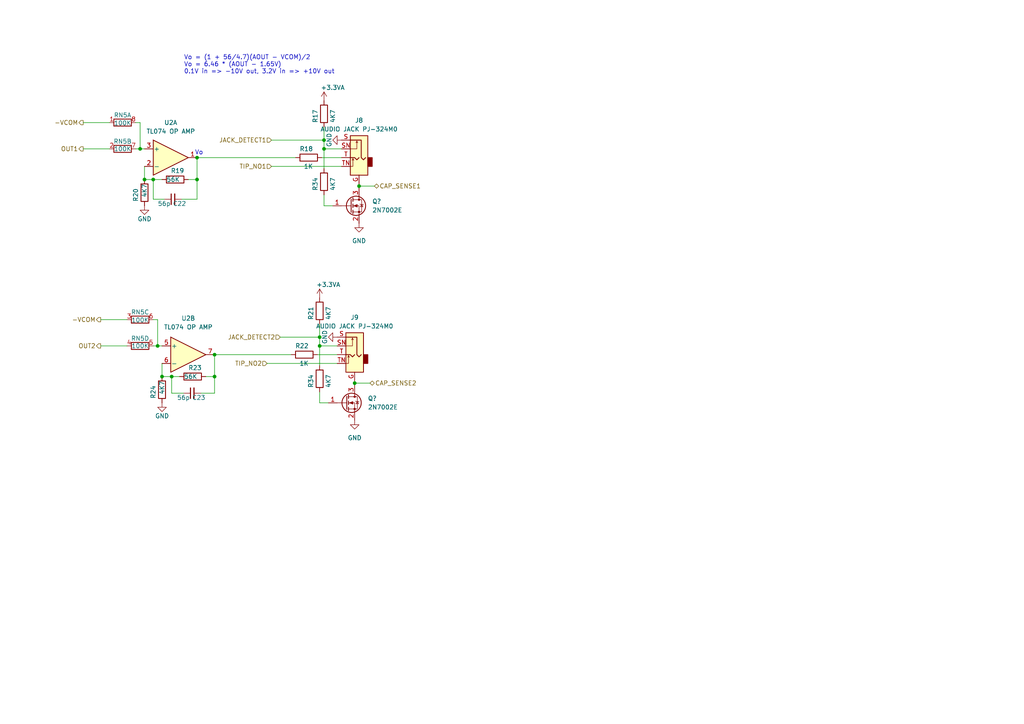
<source format=kicad_sch>
(kicad_sch (version 20230121) (generator eeschema)
  (paper "A4")
  (lib_symbols
    (symbol "Amplifier_Operational:TL074" (pin_names (offset 0.127))
      (property "Reference" "U" (at 0 5.08 0))
      (property "Value" "TL074" (at 0 -5.08 0))
      (symbol "TL074_1_1"
        (polyline (pts (xy -5.08 5.08) (xy 5.08 0) (xy -5.08 -5.08) (xy -5.08 5.08)) (stroke (width 0.254)) (fill (type background)))
        (pin output line (at 7.62 0 180) (length 2.54) (name "~") (number "1"))
        (pin input line (at -7.62 -2.54 0) (length 2.54) (name "-") (number "2"))
        (pin input line (at -7.62 2.54 0) (length 2.54) (name "+") (number "3"))
      )
      (symbol "TL074_2_1"
        (polyline (pts (xy -5.08 5.08) (xy 5.08 0) (xy -5.08 -5.08) (xy -5.08 5.08)) (stroke (width 0.254)) (fill (type background)))
        (pin input line (at -7.62 2.54 0) (length 2.54) (name "+") (number "5"))
        (pin input line (at -7.62 -2.54 0) (length 2.54) (name "-") (number "6"))
        (pin output line (at 7.62 0 180) (length 2.54) (name "~") (number "7"))
      )
      (symbol "TL074_3_1"
        (polyline (pts (xy -5.08 5.08) (xy 5.08 0) (xy -5.08 -5.08) (xy -5.08 5.08)) (stroke (width 0.254)) (fill (type background)))
        (pin input line (at -7.62 2.54 0) (length 2.54) (name "+") (number "10"))
        (pin output line (at 7.62 0 180) (length 2.54) (name "~") (number "8"))
        (pin input line (at -7.62 -2.54 0) (length 2.54) (name "-") (number "9"))
      )
      (symbol "TL074_4_1"
        (polyline (pts (xy -5.08 5.08) (xy 5.08 0) (xy -5.08 -5.08) (xy -5.08 5.08)) (stroke (width 0.254)) (fill (type background)))
        (pin input line (at -7.62 2.54 0) (length 2.54) (name "+") (number "12"))
        (pin input line (at -7.62 -2.54 0) (length 2.54) (name "-") (number "13"))
        (pin output line (at 7.62 0 180) (length 2.54) (name "~") (number "14"))
      )
      (symbol "TL074_5_1"
        (pin power_in line (at -2.54 -7.62 90) (length 3.81) (name "V-") (number "11"))
        (pin power_in line (at -2.54 7.62 270) (length 3.81) (name "V+") (number "4"))
      )
    )
    (symbol "Connector:AudioJack2_Ground_Switch"
      (property "Reference" "J" (at 0 11.43 0))
      (property "Value" "AudioJack2_Ground_Switch" (at 0 8.89 0))
      (symbol "AudioJack2_Ground_Switch_0_1"
        (rectangle (start -2.54 -2.54) (end -3.81 0) (stroke (width 0.254)) (fill (type outline)))
        (rectangle (start 2.54 6.35) (end -2.54 -5.08) (stroke (width 0.254)) (fill (type background)))
      )
      (symbol "AudioJack2_Ground_Switch_1_1"
        (polyline (pts (xy 0.635 4.826) (xy 0.889 4.318)))
        (polyline (pts (xy 1.778 -0.254) (xy 2.032 -0.762)))
        (polyline (pts (xy 0 0) (xy 0.635 -0.635) (xy 1.27 0) (xy 2.54 0)) (stroke (width 0.254)))
        (polyline (pts (xy 2.54 -2.54) (xy 1.778 -2.54) (xy 1.778 -0.254) (xy 1.524 -0.762)))
        (polyline (pts (xy 2.54 2.54) (xy 0.635 2.54) (xy 0.635 4.826) (xy 0.381 4.318)))
        (polyline (pts (xy 2.54 5.08) (xy -0.635 5.08) (xy -0.635 0) (xy -1.27 -0.635) (xy -1.905 0)) (stroke (width 0.254)))
        (pin passive line (at 0 -7.62 90) (length 2.54) (name "~") (number "G"))
        (pin passive line (at 5.08 5.08 180) (length 2.54) (name "~") (number "S"))
        (pin passive line (at 5.08 2.54 180) (length 2.54) (name "~") (number "SN"))
        (pin passive line (at 5.08 0 180) (length 2.54) (name "~") (number "T"))
        (pin passive line (at 5.08 -2.54 180) (length 2.54) (name "~") (number "TN"))
      )
    )
    (symbol "Device:C_Small" (pin_numbers hide) (pin_names (offset 0.254) hide)
      (property "Reference" "C" (at 0.254 1.778 0))
      (property "Value" "C_Small" (at 0.254 -2.032 0))
      (symbol "C_Small_0_1"
        (polyline (pts (xy -1.524 -0.508) (xy 1.524 -0.508)) (stroke (width 0.3302)))
        (polyline (pts (xy -1.524 0.508) (xy 1.524 0.508)) (stroke (width 0.3048)))
      )
      (symbol "C_Small_1_1"
        (pin passive line (at 0 2.54 270) (length 2.032) (name "~") (number "1"))
        (pin passive line (at 0 -2.54 90) (length 2.032) (name "~") (number "2"))
      )
    )
    (symbol "Device:R" (pin_numbers hide) (pin_names (offset 0))
      (property "Reference" "R" (at 2.032 0 90))
      (property "Value" "R" (at 0 0 90))
      (symbol "R_0_1"
        (rectangle (start -1.016 -2.54) (end 1.016 2.54) (stroke (width 0.254)))
      )
      (symbol "R_1_1"
        (pin passive line (at 0 3.81 270) (length 1.27) (name "~") (number "1"))
        (pin passive line (at 0 -3.81 90) (length 1.27) (name "~") (number "2"))
      )
    )
    (symbol "Device:R_Pack04_Split" (pin_names (offset 0) hide)
      (property "Reference" "RN" (at 2.032 0 90))
      (property "Value" "R_Pack04_Split" (at 0 0 90))
      (symbol "R_Pack04_Split_0_1"
        (rectangle (start 1.016 2.54) (end -1.016 -2.54) (stroke (width 0.254)))
      )
      (symbol "R_Pack04_Split_1_1"
        (pin passive line (at 0 -3.81 90) (length 1.27) (name "R1.1") (number "1"))
        (pin passive line (at 0 3.81 270) (length 1.27) (name "R1.2") (number "8"))
      )
      (symbol "R_Pack04_Split_2_1"
        (pin passive line (at 0 -3.81 90) (length 1.27) (name "R2.1") (number "2"))
        (pin passive line (at 0 3.81 270) (length 1.27) (name "R2.2") (number "7"))
      )
      (symbol "R_Pack04_Split_3_1"
        (pin passive line (at 0 -3.81 90) (length 1.27) (name "R3.1") (number "3"))
        (pin passive line (at 0 3.81 270) (length 1.27) (name "R3.2") (number "6"))
      )
      (symbol "R_Pack04_Split_4_1"
        (pin passive line (at 0 -3.81 90) (length 1.27) (name "R4.1") (number "4"))
        (pin passive line (at 0 3.81 270) (length 1.27) (name "R4.2") (number "5"))
      )
    )
    (symbol "Transistor_FET:2N7002E" (pin_names hide)
      (property "Reference" "Q" (at 5.08 1.905 0))
      (property "Value" "2N7002E" (at 5.08 0 0))
      (symbol "2N7002E_0_1"
        (polyline (pts (xy 0.254 0) (xy -2.54 0)))
        (polyline (pts (xy 0.254 1.905) (xy 0.254 -1.905)) (stroke (width 0.254)))
        (polyline (pts (xy 0.762 -1.27) (xy 0.762 -2.286)) (stroke (width 0.254)))
        (polyline (pts (xy 0.762 0.508) (xy 0.762 -0.508)) (stroke (width 0.254)))
        (polyline (pts (xy 0.762 2.286) (xy 0.762 1.27)) (stroke (width 0.254)))
        (polyline (pts (xy 2.54 2.54) (xy 2.54 1.778)))
        (polyline (pts (xy 2.54 -2.54) (xy 2.54 0) (xy 0.762 0)))
        (polyline (pts (xy 0.762 -1.778) (xy 3.302 -1.778) (xy 3.302 1.778) (xy 0.762 1.778)))
        (polyline (pts (xy 1.016 0) (xy 2.032 0.381) (xy 2.032 -0.381) (xy 1.016 0)) (fill (type outline)))
        (polyline (pts (xy 2.794 0.508) (xy 2.921 0.381) (xy 3.683 0.381) (xy 3.81 0.254)))
        (polyline (pts (xy 3.302 0.381) (xy 2.921 -0.254) (xy 3.683 -0.254) (xy 3.302 0.381)))
        (circle (center 1.651 0) (radius 2.794) (stroke (width 0.254)))
        (circle (center 2.54 -1.778) (radius 0.254) (fill (type outline)))
        (circle (center 2.54 1.778) (radius 0.254) (fill (type outline)))
      )
      (symbol "2N7002E_1_1"
        (pin input line (at -5.08 0 0) (length 2.54) (name "G") (number "1"))
        (pin passive line (at 2.54 -5.08 90) (length 2.54) (name "S") (number "2"))
        (pin passive line (at 2.54 5.08 270) (length 2.54) (name "D") (number "3"))
      )
    )
    (symbol "power:+3.3VA" (power) (pin_names (offset 0))
      (property "Value" "+3.3VA" (at 0 3.556 0))
      (symbol "+3.3VA_0_1"
        (polyline (pts (xy -0.762 1.27) (xy 0 2.54)))
        (polyline (pts (xy 0 0) (xy 0 2.54)))
        (polyline (pts (xy 0 2.54) (xy 0.762 1.27)))
      )
      (symbol "+3.3VA_1_1"
        (pin power_in line (at 0 0 90) (length 0) hide (name "+3.3VA") (number "1"))
      )
    )
    (symbol "power:GND" (power) (pin_names (offset 0))
      (property "Value" "GND" (at 0 -3.81 0))
      (symbol "GND_0_1"
        (polyline (pts (xy 0 0) (xy 0 -1.27) (xy 1.27 -1.27) (xy 0 -2.54) (xy -1.27 -1.27) (xy 0 -1.27)))
      )
      (symbol "GND_1_1"
        (pin power_in line (at 0 0 270) (length 0) hide (name "GND") (number "1"))
      )
    )
  )
  (junction (at 46.99 109.22))
  (junction (at 102.87 111.125))
  (junction (at 92.71 100.33))
  (junction (at 62.23 102.87))
  (junction (at 62.23 109.22))
  (junction (at 57.15 52.07))
  (junction (at 93.98 43.18))
  (junction (at 57.15 45.72))
  (junction (at 45.72 100.33))
  (junction (at 92.71 97.79))
  (junction (at 104.14 53.975))
  (junction (at 40.64 43.18))
  (junction (at 44.45 52.07))
  (junction (at 49.7891 109.22))
  (junction (at 93.98 40.64))
  (junction (at 41.91 52.07))
  (wire (pts (xy 46.99 109.22) (xy 46.99 105.41)))
  (wire (pts (xy 92.71 100.33) (xy 92.71 97.79)))
  (wire (pts (xy 24.13 43.18) (xy 31.75 43.18)))
  (wire (pts (xy 49.7891 114.046) (xy 49.7891 109.22)))
  (wire (pts (xy 57.15 52.07) (xy 57.15 45.72)))
  (wire (pts (xy 45.72 100.33) (xy 46.99 100.33)))
  (wire (pts (xy 96.52 59.69) (xy 93.98 59.69)))
  (wire (pts (xy 45.72 92.71) (xy 45.72 100.33)))
  (wire (pts (xy 47.625 57.785) (xy 44.45 57.785)))
  (wire (pts (xy 102.87 111.125) (xy 102.87 111.76)))
  (wire (pts (xy 24.13 35.56) (xy 31.75 35.56)))
  (wire (pts (xy 92.075 102.87) (xy 97.79 102.87)))
  (wire (pts (xy 46.99 52.07) (xy 44.45 52.07)))
  (wire (pts (xy 40.64 35.56) (xy 40.64 43.18)))
  (wire (pts (xy 40.64 43.18) (xy 41.91 43.18)))
  (wire (pts (xy 44.45 52.07) (xy 41.91 52.07)))
  (wire (pts (xy 93.98 43.18) (xy 99.06 43.18)))
  (wire (pts (xy 92.71 113.665) (xy 92.71 116.84)))
  (wire (pts (xy 39.37 35.56) (xy 40.64 35.56)))
  (wire (pts (xy 62.23 102.87) (xy 84.455 102.87)))
  (wire (pts (xy 93.98 56.515) (xy 93.98 59.69)))
  (wire (pts (xy 92.71 97.79) (xy 92.71 93.98)))
  (wire (pts (xy 92.71 100.33) (xy 97.79 100.33)))
  (wire (pts (xy 93.98 40.64) (xy 93.98 36.83)))
  (wire (pts (xy 39.37 43.18) (xy 40.64 43.18)))
  (wire (pts (xy 41.91 52.07) (xy 41.91 48.26)))
  (wire (pts (xy 49.7891 109.22) (xy 46.99 109.22)))
  (wire (pts (xy 92.71 100.33) (xy 92.71 106.045)))
  (wire (pts (xy 44.45 92.71) (xy 45.72 92.71)))
  (wire (pts (xy 53.213 114.046) (xy 49.7891 114.046)))
  (wire (pts (xy 108.585 53.975) (xy 104.14 53.975)))
  (wire (pts (xy 99.06 48.26) (xy 78.74 48.26)))
  (wire (pts (xy 62.23 114.046) (xy 62.23 109.22)))
  (wire (pts (xy 52.705 57.785) (xy 57.15 57.785)))
  (wire (pts (xy 95.25 116.84) (xy 92.71 116.84)))
  (wire (pts (xy 59.69 109.22) (xy 62.23 109.22)))
  (wire (pts (xy 104.14 53.975) (xy 104.14 54.61)))
  (wire (pts (xy 57.15 57.785) (xy 57.15 52.07)))
  (wire (pts (xy 57.15 45.72) (xy 85.725 45.72)))
  (wire (pts (xy 62.23 109.22) (xy 62.23 102.87)))
  (wire (pts (xy 54.61 52.07) (xy 57.15 52.07)))
  (wire (pts (xy 102.87 110.49) (xy 102.87 111.125)))
  (wire (pts (xy 107.315 111.125) (xy 102.87 111.125)))
  (wire (pts (xy 93.98 43.18) (xy 93.98 48.895)))
  (wire (pts (xy 29.21 100.33) (xy 36.83 100.33)))
  (wire (pts (xy 78.74 40.64) (xy 93.98 40.64)))
  (wire (pts (xy 29.21 92.71) (xy 36.83 92.71)))
  (wire (pts (xy 81.28 97.79) (xy 92.71 97.79)))
  (wire (pts (xy 93.98 43.18) (xy 93.98 40.64)))
  (wire (pts (xy 44.45 100.33) (xy 45.72 100.33)))
  (wire (pts (xy 104.14 53.34) (xy 104.14 53.975)))
  (wire (pts (xy 58.293 114.046) (xy 62.23 114.046)))
  (wire (pts (xy 93.345 45.72) (xy 99.06 45.72)))
  (wire (pts (xy 44.45 57.785) (xy 44.45 52.07)))
  (wire (pts (xy 52.07 109.22) (xy 49.7891 109.22)))
  (wire (pts (xy 97.79 105.41) (xy 77.47 105.41)))
  (text "Vo" (at 56.515 45.085 0) (effects (font (size 1.27 1.27)) (justify left bottom)))
  (text "Vo = (1 + 56/4.7)(AOUT - VCOM)/2\nVo = 6.46 * (AOUT - 1.65V)\n0.1V in => -10V out, 3.2V in => +10V out" (at 53.34 21.59 0) (effects (font (size 1.27 1.27)) (justify left bottom)))
  (hierarchical_label "CAP_SENSE1" (shape bidirectional) (at 108.585 53.975 0))
  (hierarchical_label "TIP_NO1" (shape input) (at 78.74 48.26 180))
  (hierarchical_label "TIP_NO2" (shape input) (at 77.47 105.41 180))
  (hierarchical_label "OUT1" (shape output) (at 24.13 43.18 180))
  (hierarchical_label "-VCOM" (shape output) (at 29.21 92.71 180))
  (hierarchical_label "-VCOM" (shape output) (at 24.13 35.56 180))
  (hierarchical_label "CAP_SENSE2" (shape bidirectional) (at 107.315 111.125 0))
  (hierarchical_label "OUT2" (shape output) (at 29.21 100.33 180))
  (hierarchical_label "JACK_DETECT2" (shape input) (at 81.28 97.79 180))
  (hierarchical_label "JACK_DETECT1" (shape input) (at 78.74 40.64 180))
  (symbol (lib_id "Device:R") (at 92.71 90.17 180) (unit 1)
    (property "Reference" "R21" (at 90.17 88.9 90) (effects (justify left)))
    (property "Value" "4K7" (at 95.25 88.9 90) (effects (justify left)))
    (property "Footprint" "Resistor_SMD:R_0402_1005Metric" (effects hide))
    (property "Datasheet" "https://datasheet.lcsc.com/lcsc/1809041728_YAGEO-RC0402FR-074K7L_C105871.pdf" (effects hide))
    (property "lcsc#" "C105871" (effects hide))
    (property "mfg#" "RC0402FR-074K7L" (effects hide))
    (instances (project "eurorack-pmod-pcb" (path "" (reference "R21") (unit 1)) (path "" (reference "R29") (unit 1))))
  )
  (symbol (lib_id "Device:R_Pack04_Split") (at 40.64 92.71 270) (unit 3)
    (property "Reference" "RN5" (at 40.64 90.551 90))
    (property "Value" "100K" (at 40.64 92.837 90))
    (property "Footprint" "Resistor_SMD:R_Array_Convex_4x0402" (effects hide))
    (property "Datasheet" "https://datasheet.lcsc.com/lcsc/1811141451_YAGEO-YC124-FR-07100KL_C326786.pdf" (effects hide))
    (property "mfg#" "YC124-FR-07100KL" (effects hide))
    (property "lcsc#" "C326786" (effects hide))
    (instances (project "eurorack-pmod-pcb" (path "" (reference "RN5") (unit 3)) (path "" (reference "RN6") (unit 3))))
  )
  (symbol (lib_id "Device:R") (at 92.71 109.855 180) (unit 1)
    (property "Reference" "R34" (at 90.17 108.585 90) (effects (justify left)))
    (property "Value" "4K7" (at 95.25 108.585 90) (effects (justify left)))
    (property "Footprint" "Resistor_SMD:R_0402_1005Metric" (effects hide))
    (property "Datasheet" "https://datasheet.lcsc.com/lcsc/1809041728_YAGEO-RC0402FR-074K7L_C105871.pdf" (effects hide))
    (property "lcsc#" "C105871" (effects hide))
    (property "mfg#" "RC0402FR-074K7L" (effects hide))
    (instances (project "eurorack-pmod-pcb" (path "" (reference "R34") (unit 1)) (path "" (reference "R35") (unit 1)) (path "" (reference "R40") (unit 1)) (path "" (reference "R41") (unit 1))))
  )
  (symbol (lib_id "Device:R_Pack04_Split") (at 40.64 100.33 270) (unit 4)
    (property "Reference" "RN5" (at 40.64 98.171 90))
    (property "Value" "100K" (at 40.64 100.33 90))
    (property "Footprint" "Resistor_SMD:R_Array_Convex_4x0402" (effects hide))
    (property "Datasheet" "https://datasheet.lcsc.com/lcsc/1811141451_YAGEO-YC124-FR-07100KL_C326786.pdf" (effects hide))
    (property "mfg#" "YC124-FR-07100KL" (effects hide))
    (property "lcsc#" "C326786" (effects hide))
    (instances (project "eurorack-pmod-pcb" (path "" (reference "RN5") (unit 4)) (path "" (reference "RN6") (unit 4))))
  )
  (symbol (lib_id "power:GND") (at 97.79 97.79 270) (mirror x) (unit 1)
    (property "Reference" "#PWR084" (effects hide))
    (property "Value" "GND" (at 94.2028 99.8064 0) (effects (justify left)))
    (instances (project "eurorack-pmod-pcb" (path "" (reference "#PWR084") (unit 1)) (path "" (reference "#PWR092") (unit 1))))
  )
  (symbol (lib_id "Device:R") (at 93.98 52.705 180) (unit 1)
    (property "Reference" "R34" (at 91.44 51.435 90) (effects (justify left)))
    (property "Value" "4K7" (at 96.52 51.435 90) (effects (justify left)))
    (property "Footprint" "Resistor_SMD:R_0402_1005Metric" (effects hide))
    (property "Datasheet" "https://datasheet.lcsc.com/lcsc/1809041728_YAGEO-RC0402FR-074K7L_C105871.pdf" (effects hide))
    (property "lcsc#" "C105871" (effects hide))
    (property "mfg#" "RC0402FR-074K7L" (effects hide))
    (instances (project "eurorack-pmod-pcb" (path "" (reference "R34") (unit 1)) (path "" (reference "R35") (unit 1)) (path "" (reference "R38") (unit 1)) (path "" (reference "R39") (unit 1))))
  )
  (symbol (lib_id "Device:R_Pack04_Split") (at 35.56 43.18 270) (unit 2)
    (property "Reference" "RN5" (at 35.56 41.021 90))
    (property "Value" "100K" (at 35.56 43.18 90))
    (property "Footprint" "Resistor_SMD:R_Array_Convex_4x0402" (effects hide))
    (property "Datasheet" "https://datasheet.lcsc.com/lcsc/1811141451_YAGEO-YC124-FR-07100KL_C326786.pdf" (effects hide))
    (property "mfg#" "YC124-FR-07100KL" (effects hide))
    (property "lcsc#" "C326786" (effects hide))
    (instances (project "eurorack-pmod-pcb" (path "" (reference "RN5") (unit 2)) (path "" (reference "RN6") (unit 2))))
  )
  (symbol (lib_id "Device:R") (at 46.99 113.03 180) (unit 1)
    (property "Reference" "R24" (at 44.45 111.76 90) (effects (justify left)))
    (property "Value" "4K7" (at 46.99 110.49 90) (effects (justify left)))
    (property "Footprint" "Resistor_SMD:R_0402_1005Metric" (effects hide))
    (property "Datasheet" "https://datasheet.lcsc.com/lcsc/1809041728_YAGEO-RC0402FR-074K7L_C105871.pdf" (effects hide))
    (property "lcsc#" "C105871" (effects hide))
    (property "mfg#" "RC0402FR-074K7L" (effects hide))
    (instances (project "eurorack-pmod-pcb" (path "" (reference "R24") (unit 1)) (path "" (reference "R32") (unit 1))))
  )
  (symbol (lib_id "Device:R") (at 89.535 45.72 90) (unit 1)
    (property "Reference" "R18" (at 90.805 43.18 90) (effects (justify left)))
    (property "Value" "1K" (at 90.805 48.26 90) (effects (justify left)))
    (property "Footprint" "Resistor_SMD:R_0603_1608Metric" (effects hide))
    (property "Datasheet" "https://datasheet.lcsc.com/lcsc/1810182020_YAGEO-RC0603FR-071KL_C22548.pdf" (effects hide))
    (property "lcsc#" "C22548" (effects hide))
    (property "mfg#" "RC0603FR-071KL" (effects hide))
    (instances (project "eurorack-pmod-pcb" (path "" (reference "R18") (unit 1)) (path "" (reference "R26") (unit 1))))
  )
  (symbol (lib_id "power:GND") (at 41.91 59.69 0) (unit 1)
    (property "Reference" "#PWR082" (effects hide))
    (property "Value" "GND" (at 39.878 63.5 0) (effects (justify left)))
    (instances (project "eurorack-pmod-pcb" (path "" (reference "#PWR082") (unit 1)) (path "" (reference "#PWR090") (unit 1))))
  )
  (symbol (lib_id "Connector:AudioJack2_Ground_Switch") (at 104.14 45.72 0) (mirror y) (unit 1)
    (property "Reference" "J8" (at 104.14 34.925 0))
    (property "Value" "AUDIO JACK PJ-324M0" (at 104.14 37.465 0))
    (property "Footprint" "AudioJacksFixed:pj324m" (effects hide))
    (property "Datasheet" "https://datasheet.lcsc.com/lcsc/2110120730_XKB-Connectivity-PJ-324M0_C2884986.pdf" (effects hide))
    (property "lcsc#" "C2884986" (effects hide))
    (property "mfg#" "PJ-324M0" (effects hide))
    (instances (project "eurorack-pmod-pcb" (path "" (reference "J8") (unit 1)) (path "" (reference "J10") (unit 1))))
  )
  (symbol (lib_id "Transistor_FET:2N7002E") (at 100.33 116.84 0) (unit 1)
    (property "Reference" "Q?" (at 106.68 115.5699 0) (effects (justify left)))
    (property "Value" "2N7002E" (at 106.68 118.1099 0) (effects (justify left)))
    (property "Footprint" "Package_TO_SOT_SMD:SOT-23" (effects hide))
    (property "Datasheet" "http://www.diodes.com/assets/Datasheets/ds30376.pdf" (effects hide))
    (property "dig#" "2N7002ET1GOSCT-ND" (effects hide))
    (property "lcsc#" "C71533" (effects hide))
    (property "mfg#" "2N7002ET1G" (effects hide))
    (instances (project "eurorack-pmod-pcb" (path "" (reference "Q?") (unit 1)) (path "" (reference "Q2") (unit 1)) (path "" (reference "Q3") (unit 1)) (path "" (reference "Q8") (unit 1)) (path "" (reference "Q9") (unit 1))))
  )
  (symbol (lib_id "Connector:AudioJack2_Ground_Switch") (at 102.87 102.87 0) (mirror y) (unit 1)
    (property "Reference" "J9" (at 102.87 92.075 0))
    (property "Value" "AUDIO JACK PJ-324M0" (at 102.87 94.615 0))
    (property "Footprint" "AudioJacksFixed:pj324m" (effects hide))
    (property "Datasheet" "https://datasheet.lcsc.com/lcsc/2110120730_XKB-Connectivity-PJ-324M0_C2884986.pdf" (effects hide))
    (property "lcsc#" "C2884986" (effects hide))
    (property "mfg#" "PJ-324M0" (effects hide))
    (instances (project "eurorack-pmod-pcb" (path "" (reference "J9") (unit 1)) (path "" (reference "J11") (unit 1))))
  )
  (symbol (lib_id "Transistor_FET:2N7002E") (at 101.6 59.69 0) (unit 1)
    (property "Reference" "Q?" (at 107.95 58.4199 0) (effects (justify left)))
    (property "Value" "2N7002E" (at 107.95 60.9599 0) (effects (justify left)))
    (property "Footprint" "Package_TO_SOT_SMD:SOT-23" (effects hide))
    (property "Datasheet" "http://www.diodes.com/assets/Datasheets/ds30376.pdf" (effects hide))
    (property "dig#" "2N7002ET1GOSCT-ND" (effects hide))
    (property "lcsc#" "C71533" (effects hide))
    (property "mfg#" "2N7002ET1G" (effects hide))
    (instances (project "eurorack-pmod-pcb" (path "" (reference "Q?") (unit 1)) (path "" (reference "Q2") (unit 1)) (path "" (reference "Q3") (unit 1)) (path "" (reference "Q6") (unit 1)) (path "" (reference "Q7") (unit 1))))
  )
  (symbol (lib_id "Device:R") (at 93.98 33.02 180) (unit 1)
    (property "Reference" "R17" (at 91.44 31.75 90) (effects (justify left)))
    (property "Value" "4K7" (at 96.52 31.75 90) (effects (justify left)))
    (property "Footprint" "Resistor_SMD:R_0402_1005Metric" (effects hide))
    (property "Datasheet" "https://datasheet.lcsc.com/lcsc/1809041728_YAGEO-RC0402FR-074K7L_C105871.pdf" (effects hide))
    (property "lcsc#" "C105871" (effects hide))
    (property "mfg#" "RC0402FR-074K7L" (effects hide))
    (instances (project "eurorack-pmod-pcb" (path "" (reference "R17") (unit 1)) (path "" (reference "R25") (unit 1))))
  )
  (symbol (lib_id "Device:R") (at 50.8 52.07 270) (unit 1)
    (property "Reference" "R19" (at 49.53 49.53 90) (effects (justify left)))
    (property "Value" "56K" (at 48.26 52.07 90) (effects (justify left)))
    (property "Footprint" "Resistor_SMD:R_0402_1005Metric" (effects hide))
    (property "Datasheet" "https://datasheet.lcsc.com/lcsc/1809041728_YAGEO-RC0402FR-074K7L_C105871.pdf" (effects hide))
    (property "lcsc#" "C114756" (effects hide))
    (property "mfg#" "RC0402FR-0756KL" (effects hide))
    (instances (project "eurorack-pmod-pcb" (path "" (reference "R19") (unit 1)) (path "" (reference "R27") (unit 1))))
  )
  (symbol (lib_id "power:GND") (at 102.87 121.92 0) (mirror y) (unit 1)
    (property "Reference" "#PWR065" (effects hide))
    (property "Value" "GND" (at 102.87 127 0))
    (instances (project "eurorack-pmod-pcb" (path "" (reference "#PWR065") (unit 1)) (path "" (reference "#PWR073") (unit 1)) (path "" (reference "#PWR069") (unit 1)) (path "" (reference "#PWR077") (unit 1))))
  )
  (symbol (lib_id "power:GND") (at 99.06 40.64 270) (mirror x) (unit 1)
    (property "Reference" "#PWR080" (effects hide))
    (property "Value" "GND" (at 95.4728 42.6564 0) (effects (justify left)))
    (instances (project "eurorack-pmod-pcb" (path "" (reference "#PWR080") (unit 1)) (path "" (reference "#PWR088") (unit 1))))
  )
  (symbol (lib_id "Device:R") (at 41.91 55.88 180) (unit 1)
    (property "Reference" "R20" (at 39.37 54.61 90) (effects (justify left)))
    (property "Value" "4K7" (at 41.91 53.34 90) (effects (justify left)))
    (property "Footprint" "Resistor_SMD:R_0402_1005Metric" (effects hide))
    (property "Datasheet" "https://datasheet.lcsc.com/lcsc/1809041728_YAGEO-RC0402FR-074K7L_C105871.pdf" (effects hide))
    (property "lcsc#" "C105871" (effects hide))
    (property "mfg#" "RC0402FR-074K7L" (effects hide))
    (instances (project "eurorack-pmod-pcb" (path "" (reference "R20") (unit 1)) (path "" (reference "R28") (unit 1))))
  )
  (symbol (lib_id "Amplifier_Operational:TL074") (at 54.61 102.87 0) (unit 2)
    (property "Reference" "U2" (at 54.61 92.329 0))
    (property "Value" "TL074 OP AMP" (at 54.61 94.869 0))
    (property "Footprint" "Package_SO:SOIC-14_3.9x8.7mm_P1.27mm" (effects hide))
    (property "Datasheet" "http://www.ti.com/lit/ds/symlink/tl071.pdf" (effects hide))
    (property "dig#" "497-2204-1-ND" (effects hide))
    (property "mfg#" "TL074CDT" (effects hide))
    (property "lcsc#" "C6963" (effects hide))
    (instances (project "eurorack-pmod-pcb" (path "" (reference "U2") (unit 2)) (path "" (reference "U2") (unit 4))))
  )
  (symbol (lib_id "Device:R") (at 55.88 109.22 270) (unit 1)
    (property "Reference" "R23" (at 54.61 106.68 90) (effects (justify left)))
    (property "Value" "56K" (at 53.34 109.22 90) (effects (justify left)))
    (property "Footprint" "Resistor_SMD:R_0402_1005Metric" (effects hide))
    (property "Datasheet" "https://datasheet.lcsc.com/lcsc/1809041728_YAGEO-RC0402FR-074K7L_C105871.pdf" (effects hide))
    (property "lcsc#" "C114756" (effects hide))
    (property "mfg#" "RC0402FR-0756KL" (effects hide))
    (instances (project "eurorack-pmod-pcb" (path "" (reference "R23") (unit 1)) (path "" (reference "R31") (unit 1))))
  )
  (symbol (lib_id "Device:R_Pack04_Split") (at 35.56 35.56 270) (unit 1)
    (property "Reference" "RN5" (at 35.56 33.401 90))
    (property "Value" "100K" (at 35.56 35.687 90))
    (property "Footprint" "Resistor_SMD:R_Array_Convex_4x0402" (effects hide))
    (property "Datasheet" "https://datasheet.lcsc.com/lcsc/1811141451_YAGEO-YC124-FR-07100KL_C326786.pdf" (effects hide))
    (property "mfg#" "YC124-FR-07100KL" (effects hide))
    (property "lcsc#" "C326786" (effects hide))
    (instances (project "eurorack-pmod-pcb" (path "" (reference "RN5") (unit 1)) (path "" (reference "RN6") (unit 1))))
  )
  (symbol (lib_id "power:GND") (at 104.14 64.77 0) (mirror y) (unit 1)
    (property "Reference" "#PWR065" (effects hide))
    (property "Value" "GND" (at 104.14 69.85 0))
    (instances (project "eurorack-pmod-pcb" (path "" (reference "#PWR065") (unit 1)) (path "" (reference "#PWR073") (unit 1)) (path "" (reference "#PWR060") (unit 1)) (path "" (reference "#PWR062") (unit 1))))
  )
  (symbol (lib_id "power:+3.3VA") (at 92.71 86.36 0) (unit 1)
    (property "Reference" "#PWR083" (effects hide))
    (property "Value" "+3.3VA" (at 95.25 82.55 0))
    (instances (project "eurorack-pmod-pcb" (path "" (reference "#PWR083") (unit 1)) (path "" (reference "#PWR091") (unit 1))))
  )
  (symbol (lib_id "power:GND") (at 46.99 116.84 0) (unit 1)
    (property "Reference" "#PWR086" (effects hide))
    (property "Value" "GND" (at 44.958 120.65 0) (effects (justify left)))
    (instances (project "eurorack-pmod-pcb" (path "" (reference "#PWR086") (unit 1)) (path "" (reference "#PWR094") (unit 1))))
  )
  (symbol (lib_id "Device:R") (at 88.265 102.87 90) (unit 1)
    (property "Reference" "R22" (at 89.535 100.33 90) (effects (justify left)))
    (property "Value" "1K" (at 89.535 105.41 90) (effects (justify left)))
    (property "Footprint" "Resistor_SMD:R_0603_1608Metric" (effects hide))
    (property "Datasheet" "https://datasheet.lcsc.com/lcsc/1810182020_YAGEO-RC0603FR-071KL_C22548.pdf" (effects hide))
    (property "lcsc#" "C22548" (effects hide))
    (property "mfg#" "RC0603FR-071KL" (effects hide))
    (instances (project "eurorack-pmod-pcb" (path "" (reference "R22") (unit 1)) (path "" (reference "R30") (unit 1))))
  )
  (symbol (lib_id "Amplifier_Operational:TL074") (at 49.53 45.72 0) (unit 1)
    (property "Reference" "U2" (at 49.53 35.56 0))
    (property "Value" "TL074 OP AMP" (at 49.53 38.1 0))
    (property "Footprint" "Package_SO:SOIC-14_3.9x8.7mm_P1.27mm" (effects hide))
    (property "Datasheet" "http://www.ti.com/lit/ds/symlink/tl071.pdf" (effects hide))
    (property "dig#" "497-2204-1-ND" (effects hide))
    (property "mfg#" "TL074CDT" (effects hide))
    (property "lcsc#" "C6963" (effects hide))
    (instances (project "eurorack-pmod-pcb" (path "" (reference "U2") (unit 1)) (path "" (reference "U2") (unit 3))))
  )
  (symbol (lib_id "Device:C_Small") (at 50.165 57.785 90) (unit 1)
    (property "Reference" "C22" (at 52.07 59.055 90))
    (property "Value" "56p" (at 47.625 59.055 90))
    (property "Footprint" "Capacitor_SMD:C_0402_1005Metric" (effects hide))
    (property "Datasheet" "https://datasheet.lcsc.com/lcsc/2005262133_YAGEO-CC0402FRNPO9BN560_C526981.pdf" (effects hide))
    (property "lcsc#" "C526981" (effects hide))
    (property "mfg#" "CC0402FRNPO9BN560" (effects hide))
    (instances (project "eurorack-pmod-pcb" (path "" (reference "C22") (unit 1)) (path "" (reference "C24") (unit 1))))
  )
  (symbol (lib_id "Device:C_Small") (at 55.753 114.046 90) (unit 1)
    (property "Reference" "C23" (at 57.658 115.316 90))
    (property "Value" "56p" (at 53.213 115.316 90))
    (property "Footprint" "Capacitor_SMD:C_0402_1005Metric" (effects hide))
    (property "Datasheet" "https://datasheet.lcsc.com/lcsc/2005262133_YAGEO-CC0402FRNPO9BN560_C526981.pdf" (effects hide))
    (property "lcsc#" "C526981" (effects hide))
    (property "mfg#" "CC0402FRNPO9BN560" (effects hide))
    (instances (project "eurorack-pmod-pcb" (path "" (reference "C23") (unit 1)) (path "" (reference "C25") (unit 1))))
  )
  (symbol (lib_id "power:+3.3VA") (at 93.98 29.21 0) (unit 1)
    (property "Reference" "#PWR079" (effects hide))
    (property "Value" "+3.3VA" (at 96.52 25.4 0))
    (instances (project "eurorack-pmod-pcb" (path "" (reference "#PWR079") (unit 1)) (path "" (reference "#PWR087") (unit 1))))
  )
)
</source>
